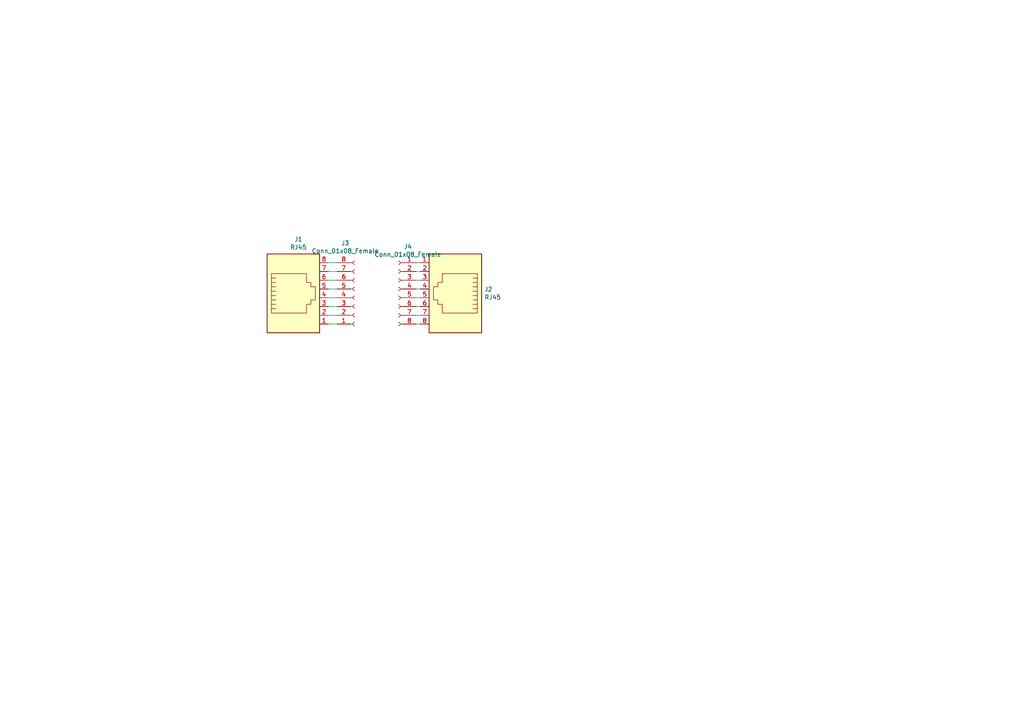
<source format=kicad_sch>
(kicad_sch (version 20211123) (generator eeschema)
  (paper "A4")
  (lib_symbols
    (symbol "Connector:Conn_01x08_Female" (pin_names (offset 1.016) hide)
      (property "Reference" "J" (at 0 10.16 0))
      (property "Value" "Conn_01x08_Female" (at 0 -12.7 0))
      (symbol "Conn_01x08_Female_1_1"
        (arc (start 0 -9.652) (mid -0.508 -10.16) (end 0 -10.668) (stroke (width 0.1524)))
        (arc (start 0 -7.112) (mid -0.508 -7.62) (end 0 -8.128) (stroke (width 0.1524)))
        (arc (start 0 -4.572) (mid -0.508 -5.08) (end 0 -5.588) (stroke (width 0.1524)))
        (arc (start 0 -2.032) (mid -0.508 -2.54) (end 0 -3.048) (stroke (width 0.1524)))
        (polyline (pts (xy -1.27 -10.16) (xy -0.508 -10.16)) (stroke (width 0.1524)))
        (polyline (pts (xy -1.27 -7.62) (xy -0.508 -7.62)) (stroke (width 0.1524)))
        (polyline (pts (xy -1.27 -5.08) (xy -0.508 -5.08)) (stroke (width 0.1524)))
        (polyline (pts (xy -1.27 -2.54) (xy -0.508 -2.54)) (stroke (width 0.1524)))
        (polyline (pts (xy -1.27 0) (xy -0.508 0)) (stroke (width 0.1524)))
        (polyline (pts (xy -1.27 2.54) (xy -0.508 2.54)) (stroke (width 0.1524)))
        (polyline (pts (xy -1.27 5.08) (xy -0.508 5.08)) (stroke (width 0.1524)))
        (polyline (pts (xy -1.27 7.62) (xy -0.508 7.62)) (stroke (width 0.1524)))
        (arc (start 0 0.508) (mid -0.508 0) (end 0 -0.508) (stroke (width 0.1524)))
        (arc (start 0 3.048) (mid -0.508 2.54) (end 0 2.032) (stroke (width 0.1524)))
        (arc (start 0 5.588) (mid -0.508 5.08) (end 0 4.572) (stroke (width 0.1524)))
        (arc (start 0 8.128) (mid -0.508 7.62) (end 0 7.112) (stroke (width 0.1524)))
        (pin passive line (at -5.08 7.62 0) (length 3.81) (name "Pin_1") (number "1"))
        (pin passive line (at -5.08 5.08 0) (length 3.81) (name "Pin_2") (number "2"))
        (pin passive line (at -5.08 2.54 0) (length 3.81) (name "Pin_3") (number "3"))
        (pin passive line (at -5.08 0 0) (length 3.81) (name "Pin_4") (number "4"))
        (pin passive line (at -5.08 -2.54 0) (length 3.81) (name "Pin_5") (number "5"))
        (pin passive line (at -5.08 -5.08 0) (length 3.81) (name "Pin_6") (number "6"))
        (pin passive line (at -5.08 -7.62 0) (length 3.81) (name "Pin_7") (number "7"))
        (pin passive line (at -5.08 -10.16 0) (length 3.81) (name "Pin_8") (number "8"))
      )
    )
    (symbol "Connector:RJ45" (pin_names (offset 1.016))
      (property "Reference" "J" (at -5.08 13.97 0))
      (property "Value" "RJ45" (at 2.54 13.97 0))
      (symbol "RJ45_0_1"
        (polyline (pts (xy -5.08 4.445) (xy -6.35 4.445)))
        (polyline (pts (xy -5.08 5.715) (xy -6.35 5.715)))
        (polyline (pts (xy -6.35 -3.175) (xy -5.08 -3.175) (xy -5.08 -3.175)))
        (polyline (pts (xy -6.35 -1.905) (xy -5.08 -1.905) (xy -5.08 -1.905)))
        (polyline (pts (xy -6.35 -0.635) (xy -5.08 -0.635) (xy -5.08 -0.635)))
        (polyline (pts (xy -6.35 0.635) (xy -5.08 0.635) (xy -5.08 0.635)))
        (polyline (pts (xy -6.35 1.905) (xy -5.08 1.905) (xy -5.08 1.905)))
        (polyline (pts (xy -5.08 3.175) (xy -6.35 3.175) (xy -6.35 3.175)))
        (polyline (pts (xy -6.35 -4.445) (xy -6.35 6.985) (xy 3.81 6.985) (xy 3.81 4.445) (xy 5.08 4.445) (xy 5.08 3.175) (xy 6.35 3.175) (xy 6.35 -0.635) (xy 5.08 -0.635) (xy 5.08 -1.905) (xy 3.81 -1.905) (xy 3.81 -4.445) (xy -6.35 -4.445) (xy -6.35 -4.445)))
        (rectangle (start 7.62 12.7) (end -7.62 -10.16) (stroke (width 0.254)) (fill (type background)))
      )
      (symbol "RJ45_1_1"
        (pin passive line (at 10.16 -7.62 180) (length 2.54) (name "~") (number "1"))
        (pin passive line (at 10.16 -5.08 180) (length 2.54) (name "~") (number "2"))
        (pin passive line (at 10.16 -2.54 180) (length 2.54) (name "~") (number "3"))
        (pin passive line (at 10.16 0 180) (length 2.54) (name "~") (number "4"))
        (pin passive line (at 10.16 2.54 180) (length 2.54) (name "~") (number "5"))
        (pin passive line (at 10.16 5.08 180) (length 2.54) (name "~") (number "6"))
        (pin passive line (at 10.16 7.62 180) (length 2.54) (name "~") (number "7"))
        (pin passive line (at 10.16 10.16 180) (length 2.54) (name "~") (number "8"))
      )
    )
  )
  (wire (pts (xy 97.79 83.82) (xy 95.25 83.82)))
  (wire (pts (xy 95.25 91.44) (xy 97.79 91.44)))
  (wire (pts (xy 121.92 76.2) (xy 120.65 76.2)))
  (wire (pts (xy 95.25 81.28) (xy 97.79 81.28)))
  (wire (pts (xy 121.92 83.82) (xy 120.65 83.82)))
  (wire (pts (xy 121.92 81.28) (xy 120.65 81.28)))
  (wire (pts (xy 95.25 76.2) (xy 97.79 76.2)))
  (wire (pts (xy 97.79 88.9) (xy 95.25 88.9)))
  (wire (pts (xy 120.65 91.44) (xy 121.92 91.44)))
  (wire (pts (xy 121.92 93.98) (xy 120.65 93.98)))
  (wire (pts (xy 121.92 88.9) (xy 120.65 88.9)))
  (wire (pts (xy 97.79 78.74) (xy 95.25 78.74)))
  (wire (pts (xy 120.65 78.74) (xy 121.92 78.74)))
  (wire (pts (xy 120.65 86.36) (xy 121.92 86.36)))
  (wire (pts (xy 97.79 93.98) (xy 95.25 93.98)))
  (wire (pts (xy 95.25 86.36) (xy 97.79 86.36)))
  (symbol (lib_id "Connector:RJ45") (at 85.09 86.36 0) (unit 1)
    (property "Reference" "J1" (at 86.5378 69.4182 0))
    (property "Value" "RJ45" (at 86.5378 71.7296 0))
    (property "Footprint" "Connector_RJ:RJ45_Ninigi_GE" (effects hide))
  )
  (symbol (lib_id "Connector:RJ45") (at 132.08 83.82 180) (unit 1)
    (property "Reference" "J2" (at 140.462 83.9216 0) (effects (justify right)))
    (property "Value" "RJ45" (at 140.462 86.233 0) (effects (justify right)))
    (property "Footprint" "Connector_RJ:RJ45_Ninigi_GE" (effects hide))
  )
  (symbol (lib_id "Connector:Conn_01x08_Female") (at 102.87 86.36 0) (mirror x) (unit 1)
    (property "Reference" "J3" (at 100.1268 70.485 0))
    (property "Value" "Conn_01x08_Female" (at 100.1268 72.7964 0))
    (property "Footprint" "Connector_PinSocket_2.54mm:PinSocket_1x08_P2.54mm_Vertical" (effects hide))
  )
  (symbol (lib_id "Connector:Conn_01x08_Female") (at 115.57 83.82 0) (mirror y) (unit 1)
    (property "Reference" "J4" (at 118.3132 71.501 0))
    (property "Value" "Conn_01x08_Female" (at 118.3132 73.8124 0))
    (property "Footprint" "Connector_PinSocket_2.54mm:PinSocket_1x08_P2.54mm_Vertical" (effects hide))
  )
)
</source>
